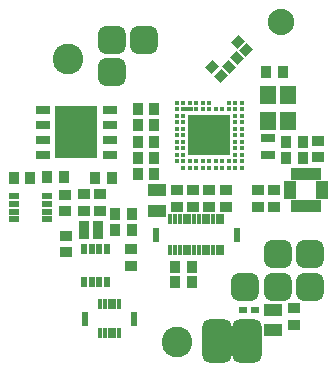
<source format=gts>
G04*
G04 #@! TF.GenerationSoftware,Altium Limited,Altium Designer,20.0.11 (256)*
G04*
G04 Layer_Color=8388736*
%FSLAX24Y24*%
%MOIN*%
G70*
G01*
G75*
%ADD38R,0.0230X0.0513*%
%ADD39R,0.0171X0.0328*%
%ADD40R,0.0230X0.0513*%
G04:AMPARAMS|DCode=41|XSize=93mil|YSize=93mil|CornerRadius=25.3mil|HoleSize=0mil|Usage=FLASHONLY|Rotation=0.000|XOffset=0mil|YOffset=0mil|HoleType=Round|Shape=RoundedRectangle|*
%AMROUNDEDRECTD41*
21,1,0.0930,0.0425,0,0,0.0*
21,1,0.0425,0.0930,0,0,0.0*
1,1,0.0505,0.0213,-0.0213*
1,1,0.0505,-0.0213,-0.0213*
1,1,0.0505,-0.0213,0.0213*
1,1,0.0505,0.0213,0.0213*
%
%ADD41ROUNDEDRECTD41*%
%ADD42R,0.0356X0.0434*%
G04:AMPARAMS|DCode=43|XSize=33.6mil|YSize=29.7mil|CornerRadius=0mil|HoleSize=0mil|Usage=FLASHONLY|Rotation=45.000|XOffset=0mil|YOffset=0mil|HoleType=Round|Shape=Rectangle|*
%AMROTATEDRECTD43*
4,1,4,-0.0014,-0.0224,-0.0224,-0.0014,0.0014,0.0224,0.0224,0.0014,-0.0014,-0.0224,0.0*
%
%ADD43ROTATEDRECTD43*%

G04:AMPARAMS|DCode=44|XSize=33.6mil|YSize=29.7mil|CornerRadius=0mil|HoleSize=0mil|Usage=FLASHONLY|Rotation=315.000|XOffset=0mil|YOffset=0mil|HoleType=Round|Shape=Rectangle|*
%AMROTATEDRECTD44*
4,1,4,-0.0224,0.0014,-0.0014,0.0224,0.0224,-0.0014,0.0014,-0.0224,-0.0224,0.0014,0.0*
%
%ADD44ROTATEDRECTD44*%

%ADD45R,0.0434X0.0356*%
%ADD46R,0.0277X0.0198*%
%ADD47R,0.0592X0.0415*%
%ADD48R,0.0375X0.0237*%
%ADD49R,0.0198X0.0395*%
%ADD50R,0.0395X0.0198*%
%ADD51R,0.0493X0.0257*%
%ADD52R,0.1419X0.1773*%
%ADD53R,0.0552X0.0631*%
%ADD54R,0.0513X0.0316*%
%ADD55R,0.0237X0.0375*%
%ADD56R,0.0375X0.0190*%
%ADD57R,0.0391X0.0174*%
%ADD58R,0.0174X0.0174*%
%ADD59R,0.1437X0.1372*%
%ADD60C,0.0883*%
G04:AMPARAMS|DCode=61|XSize=145.8mil|YSize=98.6mil|CornerRadius=26.6mil|HoleSize=0mil|Usage=FLASHONLY|Rotation=90.000|XOffset=0mil|YOffset=0mil|HoleType=Round|Shape=RoundedRectangle|*
%AMROUNDEDRECTD61*
21,1,0.1458,0.0453,0,0,90.0*
21,1,0.0925,0.0986,0,0,90.0*
1,1,0.0533,0.0226,0.0463*
1,1,0.0533,0.0226,-0.0463*
1,1,0.0533,-0.0226,-0.0463*
1,1,0.0533,-0.0226,0.0463*
%
%ADD61ROUNDEDRECTD61*%
%ADD62C,0.1025*%
%ADD63C,0.0300*%
D38*
X-813Y-1506D02*
D03*
X1896D02*
D03*
D39*
X-167Y-2028D02*
D03*
X-10D02*
D03*
X148D02*
D03*
X305D02*
D03*
X463D02*
D03*
X620D02*
D03*
X778D02*
D03*
X935D02*
D03*
X1093D02*
D03*
X1250D02*
D03*
Y-984D02*
D03*
X1093D02*
D03*
X935D02*
D03*
X778D02*
D03*
X620D02*
D03*
X463D02*
D03*
X305D02*
D03*
X148D02*
D03*
X-10D02*
D03*
X-167D02*
D03*
X1407D02*
D03*
Y-2028D02*
D03*
X-325Y-984D02*
D03*
Y-2028D02*
D03*
X-2669Y-3818D02*
D03*
X-2512D02*
D03*
X-2354D02*
D03*
X-2197D02*
D03*
X-2039D02*
D03*
Y-4799D02*
D03*
X-2197D02*
D03*
X-2354D02*
D03*
X-2512D02*
D03*
X-2669D02*
D03*
D40*
X-1539Y-4319D02*
D03*
X-3169D02*
D03*
D41*
X2165Y-3248D02*
D03*
X-2274Y3898D02*
D03*
X4331Y-2165D02*
D03*
X3248D02*
D03*
Y-3250D02*
D03*
X-1191Y4980D02*
D03*
X-2274D02*
D03*
X4331Y-3250D02*
D03*
D42*
X379Y-3100D02*
D03*
X-172D02*
D03*
Y-2598D02*
D03*
X379D02*
D03*
X-5001Y396D02*
D03*
X-5552D02*
D03*
X-2173Y-1341D02*
D03*
X-1622D02*
D03*
X-4426Y400D02*
D03*
X-3874D02*
D03*
X-2274Y396D02*
D03*
X-2825D02*
D03*
X-1417Y508D02*
D03*
X-866D02*
D03*
X-1417Y1049D02*
D03*
X-866D02*
D03*
X-1417Y1591D02*
D03*
X-866D02*
D03*
X-1417Y2132D02*
D03*
X-866D02*
D03*
X-1417Y2673D02*
D03*
X-866D02*
D03*
X3415Y3898D02*
D03*
X2864D02*
D03*
X3530Y1591D02*
D03*
X4081D02*
D03*
X3530Y1049D02*
D03*
X4081D02*
D03*
X-2173Y-807D02*
D03*
X-1622D02*
D03*
D43*
X2199Y4639D02*
D03*
X1921Y4917D02*
D03*
X1350Y3789D02*
D03*
X1072Y4068D02*
D03*
D44*
X1900Y4367D02*
D03*
X1622Y4089D02*
D03*
D45*
X3789Y-3967D02*
D03*
Y-4518D02*
D03*
X-3850Y-177D02*
D03*
Y-729D02*
D03*
X-3797Y-1537D02*
D03*
Y-2089D02*
D03*
X4596Y1624D02*
D03*
Y1073D02*
D03*
X3140Y-33D02*
D03*
Y-585D02*
D03*
X2598D02*
D03*
Y-33D02*
D03*
X-1624Y-2549D02*
D03*
Y-1998D02*
D03*
X1516Y-585D02*
D03*
Y-33D02*
D03*
X974Y-585D02*
D03*
Y-33D02*
D03*
X433Y-585D02*
D03*
Y-33D02*
D03*
X-108Y-585D02*
D03*
Y-33D02*
D03*
X-3207Y-157D02*
D03*
Y-709D02*
D03*
X-2657Y-157D02*
D03*
Y-709D02*
D03*
D46*
X2096Y-4006D02*
D03*
X2490D02*
D03*
D47*
X3100D02*
D03*
Y-4675D02*
D03*
X-778Y-703D02*
D03*
Y-33D02*
D03*
D48*
X-4450Y-994D02*
D03*
Y-738D02*
D03*
Y-482D02*
D03*
Y-226D02*
D03*
X-5552Y-994D02*
D03*
Y-738D02*
D03*
Y-482D02*
D03*
Y-226D02*
D03*
D49*
X3809Y508D02*
D03*
X4006D02*
D03*
X4203D02*
D03*
X4400D02*
D03*
X4596D02*
D03*
Y-567D02*
D03*
X4400D02*
D03*
X4203D02*
D03*
X4006D02*
D03*
X3809D02*
D03*
D50*
X4740Y167D02*
D03*
Y-30D02*
D03*
Y-226D02*
D03*
X3665D02*
D03*
Y-30D02*
D03*
Y167D02*
D03*
D51*
X-2354Y1161D02*
D03*
X-2354Y1661D02*
D03*
Y2161D02*
D03*
X-2354Y2661D02*
D03*
X-4575Y1161D02*
D03*
X-4575Y1661D02*
D03*
Y2161D02*
D03*
X-4575Y2661D02*
D03*
D52*
X-3465Y1911D02*
D03*
D53*
X2923Y2274D02*
D03*
Y3140D02*
D03*
X3593D02*
D03*
Y2274D02*
D03*
D54*
X2923Y1709D02*
D03*
Y1157D02*
D03*
D55*
X-2439Y-1998D02*
D03*
X-2695Y-1998D02*
D03*
X-2951Y-1998D02*
D03*
X-3207Y-1998D02*
D03*
X-2439Y-3100D02*
D03*
X-2695D02*
D03*
X-2951D02*
D03*
X-3207D02*
D03*
D56*
Y-1144D02*
D03*
Y-1341D02*
D03*
Y-1537D02*
D03*
X-2754Y-1144D02*
D03*
Y-1341D02*
D03*
Y-1537D02*
D03*
D57*
X217Y2673D02*
D03*
D58*
X1841Y2024D02*
D03*
Y1807D02*
D03*
X1191Y941D02*
D03*
X541D02*
D03*
X108Y1591D02*
D03*
Y1807D02*
D03*
Y2240D02*
D03*
X541Y2673D02*
D03*
X758D02*
D03*
X974D02*
D03*
X1191D02*
D03*
X1407D02*
D03*
X1624D02*
D03*
X1841D02*
D03*
Y2457D02*
D03*
Y2240D02*
D03*
Y1591D02*
D03*
Y1374D02*
D03*
Y1157D02*
D03*
Y941D02*
D03*
X1624D02*
D03*
X1407D02*
D03*
X974D02*
D03*
X758D02*
D03*
X325D02*
D03*
X108D02*
D03*
Y1157D02*
D03*
Y1374D02*
D03*
Y2024D02*
D03*
Y2457D02*
D03*
X758Y724D02*
D03*
X108Y2890D02*
D03*
X-108Y941D02*
D03*
Y1157D02*
D03*
Y1374D02*
D03*
Y1591D02*
D03*
Y1807D02*
D03*
Y2024D02*
D03*
Y2240D02*
D03*
Y2457D02*
D03*
Y2673D02*
D03*
Y2890D02*
D03*
X108Y724D02*
D03*
X325D02*
D03*
X541D02*
D03*
X974D02*
D03*
X1191D02*
D03*
X1407D02*
D03*
X1624D02*
D03*
X1841D02*
D03*
X2057D02*
D03*
Y941D02*
D03*
Y1157D02*
D03*
Y1374D02*
D03*
Y1591D02*
D03*
Y1807D02*
D03*
Y2024D02*
D03*
Y2240D02*
D03*
Y2457D02*
D03*
Y2673D02*
D03*
Y2890D02*
D03*
X1841D02*
D03*
X1624D02*
D03*
X974D02*
D03*
X758D02*
D03*
X541D02*
D03*
X325D02*
D03*
D59*
X974Y1807D02*
D03*
D60*
X3346Y5568D02*
D03*
D61*
X1230Y-5060D02*
D03*
X2230D02*
D03*
D62*
X-3740Y4331D02*
D03*
X-108Y-5089D02*
D03*
D63*
X1407Y2240D02*
D03*
X541D02*
D03*
Y1374D02*
D03*
X1407D02*
D03*
M02*

</source>
